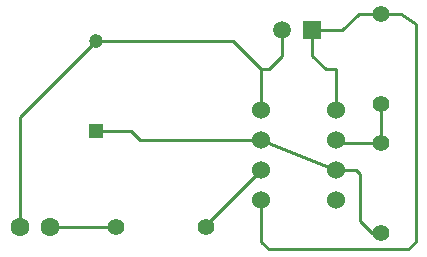
<source format=gbl>
G04 Layer_Physical_Order=2*
G04 Layer_Color=16711680*
%FSLAX23Y23*%
%MOIN*%
G70*
G01*
G75*
%ADD10C,0.010*%
%ADD11C,0.047*%
%ADD12R,0.047X0.047*%
%ADD13C,0.063*%
%ADD14C,0.059*%
%ADD15R,0.059X0.059*%
%ADD16C,0.055*%
%ADD17C,0.060*%
D10*
X935Y1225D02*
Y1365D01*
Y1225D02*
X960Y1200D01*
X1425D01*
X1450Y1225D01*
Y1950D01*
X1400Y1985D02*
X1450Y1950D01*
X1335Y1985D02*
X1400D01*
X935Y1565D02*
X1185Y1465D01*
X385Y1595D02*
X500D01*
X530Y1565D01*
X935D01*
X230Y1275D02*
X450D01*
X750Y1280D02*
X935Y1465D01*
X750Y1275D02*
Y1280D01*
X130Y1275D02*
Y1640D01*
X385Y1895D01*
X840D02*
X935Y1800D01*
X385Y1895D02*
X840D01*
X935Y1665D02*
Y1800D01*
X960D01*
X1005Y1845D01*
Y1930D01*
X1305Y1255D02*
X1335D01*
X1265Y1295D02*
X1305Y1255D01*
X1265Y1295D02*
Y1450D01*
X1250Y1465D02*
X1265Y1450D01*
X1185Y1465D02*
X1250D01*
X1185Y1665D02*
Y1800D01*
X1150D02*
X1185D01*
X1105Y1845D02*
X1150Y1800D01*
X1105Y1845D02*
Y1930D01*
X1205D01*
X1260Y1985D01*
X1335D01*
X1185Y1555D02*
X1335D01*
Y1685D01*
X1185Y1555D02*
Y1565D01*
D11*
X385Y1895D02*
D03*
D12*
Y1595D02*
D03*
D13*
X130Y1275D02*
D03*
X230D02*
D03*
D14*
X1005Y1930D02*
D03*
D15*
X1105D02*
D03*
D16*
X1335Y1685D02*
D03*
Y1985D02*
D03*
X450Y1275D02*
D03*
X750D02*
D03*
X1335Y1255D02*
D03*
Y1555D02*
D03*
D17*
X935Y1665D02*
D03*
Y1565D02*
D03*
Y1465D02*
D03*
Y1365D02*
D03*
X1185D02*
D03*
Y1465D02*
D03*
Y1565D02*
D03*
Y1665D02*
D03*
M02*

</source>
